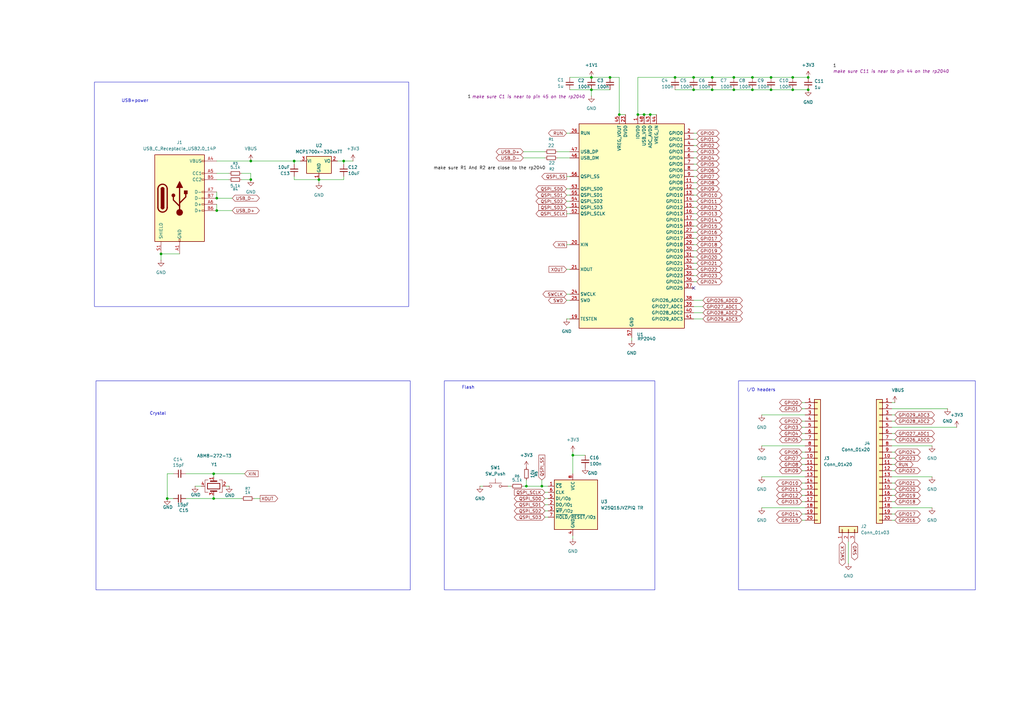
<source format=kicad_sch>
(kicad_sch (version 20250114) (generator "eeschema") (generator_version "9.0")
  (paper "A3")
  (lib_symbols
    (symbol "Connector:USB_C_Receptacle_USB2.0_14P" (pin_names (offset 1.016))
      (property "Reference" "J" (at 0 22.225 0))
      (property "Value" "USB_C_Receptacle_USB2.0_14P" (at 0 19.685 0))
      (symbol "USB_C_Receptacle_USB2.0_14P_1_1"
        (pin passive line (at -7.62 -22.86 90) (length 5.08) (name "SHIELD") (number "S1"))
        (pin passive line (at 0 -22.86 90) (length 5.08) (name "GND") (number "A1"))
        (pin passive line (at 0 -22.86 90) (length 5.08) (hide yes) (name "GND") (number "A12"))
        (pin passive line (at 0 -22.86 90) (length 5.08) (hide yes) (name "GND") (number "B1"))
        (pin passive line (at 0 -22.86 90) (length 5.08) (hide yes) (name "GND") (number "B12"))
        (pin passive line (at 15.24 15.24 180) (length 5.08) (name "VBUS") (number "A4"))
        (pin passive line (at 15.24 15.24 180) (length 5.08) (hide yes) (name "VBUS") (number "A9"))
        (pin passive line (at 15.24 15.24 180) (length 5.08) (hide yes) (name "VBUS") (number "B4"))
        (pin passive line (at 15.24 15.24 180) (length 5.08) (hide yes) (name "VBUS") (number "B9"))
        (pin bidirectional line (at 15.24 10.16 180) (length 5.08) (name "CC1") (number "A5"))
        (pin bidirectional line (at 15.24 7.62 180) (length 5.08) (name "CC2") (number "B5"))
        (pin bidirectional line (at 15.24 2.54 180) (length 5.08) (name "D-") (number "A7"))
        (pin bidirectional line (at 15.24 0 180) (length 5.08) (name "D-") (number "B7"))
        (pin bidirectional line (at 15.24 -2.54 180) (length 5.08) (name "D+") (number "A6"))
        (pin bidirectional line (at 15.24 -5.08 180) (length 5.08) (name "D+") (number "B6"))
      )
    )
    (symbol "Connector_Generic:Conn_01x03" (pin_names (offset 1.016) (hide yes))
      (property "Reference" "J" (at 0 5.08 0))
      (property "Value" "Conn_01x03" (at 0 -5.08 0))
      (symbol "Conn_01x03_1_1"
        (pin passive line (at -5.08 2.54 0) (length 3.81) (name "Pin_1") (number "1"))
        (pin passive line (at -5.08 0 0) (length 3.81) (name "Pin_2") (number "2"))
        (pin passive line (at -5.08 -2.54 0) (length 3.81) (name "Pin_3") (number "3"))
      )
    )
    (symbol "Connector_Generic:Conn_01x20" (pin_names (offset 1.016) (hide yes))
      (property "Reference" "J" (at 0 25.4 0))
      (property "Value" "Conn_01x20" (at 0 -27.94 0))
      (symbol "Conn_01x20_1_1"
        (pin passive line (at -5.08 22.86 0) (length 3.81) (name "Pin_1") (number "1"))
        (pin passive line (at -5.08 20.32 0) (length 3.81) (name "Pin_2") (number "2"))
        (pin passive line (at -5.08 17.78 0) (length 3.81) (name "Pin_3") (number "3"))
        (pin passive line (at -5.08 15.24 0) (length 3.81) (name "Pin_4") (number "4"))
        (pin passive line (at -5.08 12.7 0) (length 3.81) (name "Pin_5") (number "5"))
        (pin passive line (at -5.08 10.16 0) (length 3.81) (name "Pin_6") (number "6"))
        (pin passive line (at -5.08 7.62 0) (length 3.81) (name "Pin_7") (number "7"))
        (pin passive line (at -5.08 5.08 0) (length 3.81) (name "Pin_8") (number "8"))
        (pin passive line (at -5.08 2.54 0) (length 3.81) (name "Pin_9") (number "9"))
        (pin passive line (at -5.08 0 0) (length 3.81) (name "Pin_10") (number "10"))
        (pin passive line (at -5.08 -2.54 0) (length 3.81) (name "Pin_11") (number "11"))
        (pin passive line (at -5.08 -5.08 0) (length 3.81) (name "Pin_12") (number "12"))
        (pin passive line (at -5.08 -7.62 0) (length 3.81) (name "Pin_13") (number "13"))
        (pin passive line (at -5.08 -10.16 0) (length 3.81) (name "Pin_14") (number "14"))
        (pin passive line (at -5.08 -12.7 0) (length 3.81) (name "Pin_15") (number "15"))
        (pin passive line (at -5.08 -15.24 0) (length 3.81) (name "Pin_16") (number "16"))
        (pin passive line (at -5.08 -17.78 0) (length 3.81) (name "Pin_17") (number "17"))
        (pin passive line (at -5.08 -20.32 0) (length 3.81) (name "Pin_18") (number "18"))
        (pin passive line (at -5.08 -22.86 0) (length 3.81) (name "Pin_19") (number "19"))
        (pin passive line (at -5.08 -25.4 0) (length 3.81) (name "Pin_20") (number "20"))
      )
    )
    (symbol "Device:C_Small" (pin_numbers (hide yes)) (pin_names (offset 0.254) (hide yes))
      (property "Reference" "C" (at 0.254 1.778 0))
      (property "Value" "C_Small" (at 0.254 -2.032 0))
      (symbol "C_Small_1_1"
        (pin passive line (at 0 2.54 270) (length 2.032) (name "~") (number "1"))
        (pin passive line (at 0 -2.54 90) (length 2.032) (name "~") (number "2"))
      )
    )
    (symbol "Device:Crystal_GND24" (pin_names (offset 1.016) (hide yes))
      (property "Reference" "Y" (at 3.175 5.08 0))
      (property "Value" "Crystal_GND24" (at 3.175 3.175 0))
      (symbol "Crystal_GND24_1_1"
        (pin passive line (at -3.81 0 0) (length 1.27) (name "1") (number "1"))
        (pin passive line (at 0 5.08 270) (length 1.27) (name "2") (number "2"))
        (pin passive line (at 0 -5.08 90) (length 1.27) (name "4") (number "4"))
        (pin passive line (at 3.81 0 180) (length 1.27) (name "3") (number "3"))
      )
    )
    (symbol "Device:R_Small" (pin_numbers (hide yes)) (pin_names (offset 0.254) (hide yes))
      (property "Reference" "R" (at 0 0 90))
      (property "Value" "R_Small" (at 1.778 0 90))
      (symbol "R_Small_1_1"
        (pin passive line (at 0 2.54 270) (length 0.762) (name "~") (number "1"))
        (pin passive line (at 0 -2.54 90) (length 0.762) (name "~") (number "2"))
      )
    )
    (symbol "MCU_RaspberryPi:RP2040"
      (property "Reference" "U" (at 17.78 45.72 0))
      (property "Value" "RP2040" (at 17.78 43.18 0))
      (symbol "RP2040_1_1"
        (pin input line (at -25.4 38.1 0) (length 3.81) (name "RUN") (number "26"))
        (pin bidirectional line (at -25.4 30.48 0) (length 3.81) (name "USB_DP") (number "47"))
        (pin bidirectional line (at -25.4 27.94 0) (length 3.81) (name "USB_DM") (number "46"))
        (pin bidirectional line (at -25.4 20.32 0) (length 3.81) (name "QSPI_SS") (number "56"))
        (pin bidirectional line (at -25.4 15.24 0) (length 3.81) (name "QSPI_SD0") (number "53"))
        (pin bidirectional line (at -25.4 12.7 0) (length 3.81) (name "QSPI_SD1") (number "55"))
        (pin bidirectional line (at -25.4 10.16 0) (length 3.81) (name "QSPI_SD2") (number "54"))
        (pin bidirectional line (at -25.4 7.62 0) (length 3.81) (name "QSPI_SD3") (number "51"))
        (pin output line (at -25.4 5.08 0) (length 3.81) (name "QSPI_SCLK") (number "52"))
        (pin input line (at -25.4 -7.62 0) (length 3.81) (name "XIN") (number "20"))
        (pin passive line (at -25.4 -17.78 0) (length 3.81) (name "XOUT") (number "21"))
        (pin input line (at -25.4 -27.94 0) (length 3.81) (name "SWCLK") (number "24"))
        (pin bidirectional line (at -25.4 -30.48 0) (length 3.81) (name "SWD") (number "25"))
        (pin input line (at -25.4 -38.1 0) (length 3.81) (name "TESTEN") (number "19"))
        (pin power_out line (at -5.08 45.72 270) (length 3.81) (name "VREG_VOUT") (number "45"))
        (pin power_in line (at -2.54 45.72 270) (length 3.81) (name "DVDD") (number "23"))
        (pin passive line (at -2.54 45.72 270) (length 3.81) (hide yes) (name "DVDD") (number "50"))
        (pin power_in line (at 0 -45.72 90) (length 3.81) (name "GND") (number "57"))
        (pin power_in line (at 2.54 45.72 270) (length 3.81) (name "IOVDD") (number "1"))
        (pin passive line (at 2.54 45.72 270) (length 3.81) (hide yes) (name "IOVDD") (number "10"))
        (pin passive line (at 2.54 45.72 270) (length 3.81) (hide yes) (name "IOVDD") (number "22"))
        (pin passive line (at 2.54 45.72 270) (length 3.81) (hide yes) (name "IOVDD") (number "33"))
        (pin passive line (at 2.54 45.72 270) (length 3.81) (hide yes) (name "IOVDD") (number "42"))
        (pin passive line (at 2.54 45.72 270) (length 3.81) (hide yes) (name "IOVDD") (number "49"))
        (pin power_in line (at 5.08 45.72 270) (length 3.81) (name "USB_VDD") (number "48"))
        (pin power_in line (at 7.62 45.72 270) (length 3.81) (name "ADC_AVDD") (number "43"))
        (pin power_in line (at 10.16 45.72 270) (length 3.81) (name "VREG_IN") (number "44"))
        (pin bidirectional line (at 25.4 38.1 180) (length 3.81) (name "GPIO0") (number "2"))
        (pin bidirectional line (at 25.4 35.56 180) (length 3.81) (name "GPIO1") (number "3"))
        (pin bidirectional line (at 25.4 33.02 180) (length 3.81) (name "GPIO2") (number "4"))
        (pin bidirectional line (at 25.4 30.48 180) (length 3.81) (name "GPIO3") (number "5"))
        (pin bidirectional line (at 25.4 27.94 180) (length 3.81) (name "GPIO4") (number "6"))
        (pin bidirectional line (at 25.4 25.4 180) (length 3.81) (name "GPIO5") (number "7"))
        (pin bidirectional line (at 25.4 22.86 180) (length 3.81) (name "GPIO6") (number "8"))
        (pin bidirectional line (at 25.4 20.32 180) (length 3.81) (name "GPIO7") (number "9"))
        (pin bidirectional line (at 25.4 17.78 180) (length 3.81) (name "GPIO8") (number "11"))
        (pin bidirectional line (at 25.4 15.24 180) (length 3.81) (name "GPIO9") (number "12"))
        (pin bidirectional line (at 25.4 12.7 180) (length 3.81) (name "GPIO10") (number "13"))
        (pin bidirectional line (at 25.4 10.16 180) (length 3.81) (name "GPIO11") (number "14"))
        (pin bidirectional line (at 25.4 7.62 180) (length 3.81) (name "GPIO12") (number "15"))
        (pin bidirectional line (at 25.4 5.08 180) (length 3.81) (name "GPIO13") (number "16"))
        (pin bidirectional line (at 25.4 2.54 180) (length 3.81) (name "GPIO14") (number "17"))
        (pin bidirectional line (at 25.4 0 180) (length 3.81) (name "GPIO15") (number "18"))
        (pin bidirectional line (at 25.4 -2.54 180) (length 3.81) (name "GPIO16") (number "27"))
        (pin bidirectional line (at 25.4 -5.08 180) (length 3.81) (name "GPIO17") (number "28"))
        (pin bidirectional line (at 25.4 -7.62 180) (length 3.81) (name "GPIO18") (number "29"))
        (pin bidirectional line (at 25.4 -10.16 180) (length 3.81) (name "GPIO19") (number "30"))
        (pin bidirectional line (at 25.4 -12.7 180) (length 3.81) (name "GPIO20") (number "31"))
        (pin bidirectional line (at 25.4 -15.24 180) (length 3.81) (name "GPIO21") (number "32"))
        (pin bidirectional line (at 25.4 -17.78 180) (length 3.81) (name "GPIO22") (number "34"))
        (pin bidirectional line (at 25.4 -20.32 180) (length 3.81) (name "GPIO23") (number "35"))
        (pin bidirectional line (at 25.4 -22.86 180) (length 3.81) (name "GPIO24") (number "36"))
        (pin bidirectional line (at 25.4 -25.4 180) (length 3.81) (name "GPIO25") (number "37"))
        (pin bidirectional line (at 25.4 -30.48 180) (length 3.81) (name "GPIO26_ADC0") (number "38"))
        (pin bidirectional line (at 25.4 -33.02 180) (length 3.81) (name "GPIO27_ADC1") (number "39"))
        (pin bidirectional line (at 25.4 -35.56 180) (length 3.81) (name "GPIO28_ADC2") (number "40"))
        (pin bidirectional line (at 25.4 -38.1 180) (length 3.81) (name "GPIO29_ADC3") (number "41"))
      )
    )
    (symbol "Memory_Flash:W25Q128JVS"
      (property "Reference" "U" (at -6.35 11.43 0))
      (property "Value" "W25Q128JVS" (at 7.62 11.43 0))
      (symbol "W25Q128JVS_1_1"
        (pin input line (at -10.16 7.62 0) (length 2.54) (name "~{CS}") (number "1"))
        (pin input line (at -10.16 5.08 0) (length 2.54) (name "CLK") (number "6"))
        (pin bidirectional line (at -10.16 2.54 0) (length 2.54) (name "DI/IO_{0}") (number "5"))
        (pin bidirectional line (at -10.16 0 0) (length 2.54) (name "DO/IO_{1}") (number "2"))
        (pin bidirectional line (at -10.16 -2.54 0) (length 2.54) (name "~{WP}/IO_{2}") (number "3"))
        (pin bidirectional line (at -10.16 -5.08 0) (length 2.54) (name "~{HOLD}/~{RESET}/IO_{3}") (number "7"))
        (pin power_in line (at 0 12.7 270) (length 2.54) (name "VCC") (number "8"))
        (pin power_in line (at 0 -12.7 90) (length 2.54) (name "GND") (number "4"))
      )
    )
    (symbol "Regulator_Linear:MCP1700x-330xxTT" (pin_names (offset 0.254))
      (property "Reference" "U" (at -3.81 3.175 0))
      (property "Value" "MCP1700x-330xxTT" (at 0 3.175 0))
      (symbol "MCP1700x-330xxTT_1_1"
        (pin power_in line (at -7.62 0 0) (length 2.54) (name "VI") (number "3"))
        (pin power_in line (at 0 -7.62 90) (length 2.54) (name "GND") (number "1"))
        (pin power_out line (at 7.62 0 180) (length 2.54) (name "VO") (number "2"))
      )
    )
    (symbol "Switch:SW_Push" (pin_numbers (hide yes)) (pin_names (offset 1.016) (hide yes))
      (property "Reference" "SW" (at 1.27 2.54 0))
      (property "Value" "SW_Push" (at 0 -1.524 0))
      (symbol "SW_Push_0_1"
        (pin passive line (at -5.08 0 0) (length 2.54) (name "1") (number "1"))
        (pin passive line (at 5.08 0 180) (length 2.54) (name "2") (number "2"))
      )
    )
    (symbol "power:+1V1" (power) (pin_numbers (hide yes)) (pin_names (offset 0) (hide yes))
      (property "Value" "+1V1" (at 0 3.556 0))
      (symbol "+1V1_1_1"
        (pin power_in line (at 0 0 90) (length 0) (name "~") (number "1"))
      )
    )
    (symbol "power:+3V3" (power) (pin_numbers (hide yes)) (pin_names (offset 0) (hide yes))
      (property "Value" "+3V3" (at 0 3.556 0))
      (symbol "+3V3_1_1"
        (pin power_in line (at 0 0 90) (length 0) (name "~") (number "1"))
      )
    )
    (symbol "power:GND" (power) (pin_numbers (hide yes)) (pin_names (offset 0) (hide yes))
      (property "Value" "GND" (at 0 -3.81 0))
      (symbol "GND_1_1"
        (pin power_in line (at 0 0 270) (length 0) (name "~") (number "1"))
      )
    )
    (symbol "power:VBUS" (power) (pin_numbers (hide yes)) (pin_names (offset 0) (hide yes))
      (property "Value" "VBUS" (at 0 3.556 0))
      (symbol "VBUS_1_1"
        (pin power_in line (at 0 0 90) (length 0) (name "~") (number "1"))
      )
    )
  )
  (rectangle (start 38.735 33.655) (end 167.64 125.73))
  (rectangle (start 302.895 156.21) (end 400.05 241.935))
  (rectangle (start 39.37 156.21) (end 168.275 241.935))
  (rectangle (start 182.245 156.21) (end 268.605 241.935))
  (text "USB+power\n" (at 55.372 41.402 0) (effects (font (size 1.27 1.27))))
  (text "I/O headers\n" (at 312.166 160.02 0) (effects (font (size 1.27 1.27))))
  (text "Flash\n" (at 192.024 159.004 0) (effects (font (size 1.27 1.27))))
  (text "Crystal" (at 64.77 169.672 0) (effects (font (size 1.27 1.27))))
  (junction (at 68.58 204.47))
  (junction (at 266.7 46.99))
  (junction (at 130.81 73.66))
  (junction (at 316.23 36.83))
  (junction (at 140.97 66.04))
  (junction (at 250.19 31.75))
  (junction (at 215.9 199.39))
  (junction (at 222.25 199.39))
  (junction (at 102.87 66.04))
  (junction (at 242.57 36.83))
  (junction (at 87.63 204.47))
  (junction (at 284.48 36.83))
  (junction (at 242.57 31.75))
  (junction (at 292.1 31.75))
  (junction (at 88.9 81.28))
  (junction (at 284.48 31.75))
  (junction (at 331.47 31.75))
  (junction (at 300.99 36.83))
  (junction (at 300.99 31.75))
  (junction (at 292.1 36.83))
  (junction (at 88.9 86.36))
  (junction (at 264.16 46.99))
  (junction (at 120.65 66.04))
  (junction (at 87.63 194.31))
  (junction (at 234.95 186.69))
  (junction (at 102.87 73.66))
  (junction (at 254 46.99))
  (junction (at 308.61 36.83))
  (junction (at 325.12 36.83))
  (junction (at 276.86 31.75))
  (junction (at 325.12 31.75))
  (junction (at 261.62 46.99))
  (junction (at 331.47 36.83))
  (junction (at 316.23 31.75))
  (junction (at 66.04 104.14))
  (junction (at 308.61 31.75))
  (no_connect (at 284.48 118.11))
  (wire (pts (xy 285.75 92.71) (xy 284.48 92.71)))
  (wire (pts (xy 284.48 36.83) (xy 292.1 36.83)))
  (wire (pts (xy 285.75 69.85) (xy 284.48 69.85)))
  (wire (pts (xy 328.93 203.2) (xy 330.2 203.2)))
  (wire (pts (xy 276.86 36.83) (xy 284.48 36.83)))
  (wire (pts (xy 285.75 115.57) (xy 284.48 115.57)))
  (wire (pts (xy 285.75 90.17) (xy 284.48 90.17)))
  (wire (pts (xy 232.41 130.81) (xy 233.68 130.81)))
  (wire (pts (xy 222.25 196.85) (xy 222.25 199.39)))
  (wire (pts (xy 312.42 170.18) (xy 330.2 170.18)))
  (wire (pts (xy 300.99 36.83) (xy 308.61 36.83)))
  (wire (pts (xy 99.06 73.66) (xy 102.87 73.66)))
  (wire (pts (xy 259.08 139.7) (xy 259.08 138.43)))
  (wire (pts (xy 88.9 86.36) (xy 95.25 86.36)))
  (wire (pts (xy 328.93 200.66) (xy 330.2 200.66)))
  (wire (pts (xy 232.41 82.55) (xy 233.68 82.55)))
  (wire (pts (xy 228.6 62.23) (xy 233.68 62.23)))
  (wire (pts (xy 138.43 66.04) (xy 140.97 66.04)))
  (wire (pts (xy 300.99 31.75) (xy 308.61 31.75)))
  (wire (pts (xy 88.9 78.74) (xy 88.9 81.28)))
  (wire (pts (xy 87.63 194.31) (xy 87.63 195.58)))
  (wire (pts (xy 92.71 199.39) (xy 93.98 199.39)))
  (wire (pts (xy 233.68 36.83) (xy 242.57 36.83)))
  (wire (pts (xy 232.41 87.63) (xy 233.68 87.63)))
  (wire (pts (xy 140.97 72.39) (xy 140.97 73.66)))
  (wire (pts (xy 261.62 31.75) (xy 276.86 31.75)))
  (wire (pts (xy 102.87 66.04) (xy 120.65 66.04)))
  (wire (pts (xy 288.29 123.19) (xy 284.48 123.19)))
  (wire (pts (xy 68.58 204.47) (xy 71.12 204.47)))
  (wire (pts (xy 102.87 71.12) (xy 102.87 73.66)))
  (wire (pts (xy 104.14 204.47) (xy 106.68 204.47)))
  (wire (pts (xy 215.9 196.85) (xy 215.9 199.39)))
  (wire (pts (xy 288.29 125.73) (xy 284.48 125.73)))
  (wire (pts (xy 223.52 207.01) (xy 224.79 207.01)))
  (wire (pts (xy 367.03 193.04) (xy 365.76 193.04)))
  (wire (pts (xy 365.76 182.88) (xy 382.27 182.88)))
  (wire (pts (xy 367.03 205.74) (xy 365.76 205.74)))
  (wire (pts (xy 367.03 187.96) (xy 365.76 187.96)))
  (wire (pts (xy 232.41 77.47) (xy 233.68 77.47)))
  (wire (pts (xy 367.03 200.66) (xy 365.76 200.66)))
  (wire (pts (xy 292.1 31.75) (xy 300.99 31.75)))
  (wire (pts (xy 328.93 190.5) (xy 330.2 190.5)))
  (wire (pts (xy 308.61 31.75) (xy 316.23 31.75)))
  (wire (pts (xy 266.7 46.99) (xy 269.24 46.99)))
  (wire (pts (xy 88.9 66.04) (xy 102.87 66.04)))
  (wire (pts (xy 328.93 177.8) (xy 330.2 177.8)))
  (wire (pts (xy 325.12 36.83) (xy 331.47 36.83)))
  (wire (pts (xy 328.93 198.12) (xy 330.2 198.12)))
  (wire (pts (xy 285.75 87.63) (xy 284.48 87.63)))
  (wire (pts (xy 367.03 213.36) (xy 365.76 213.36)))
  (wire (pts (xy 285.75 59.69) (xy 284.48 59.69)))
  (wire (pts (xy 285.75 72.39) (xy 284.48 72.39)))
  (wire (pts (xy 328.93 175.26) (xy 330.2 175.26)))
  (wire (pts (xy 328.93 165.1) (xy 330.2 165.1)))
  (wire (pts (xy 68.58 194.31) (xy 71.12 194.31)))
  (wire (pts (xy 292.1 36.83) (xy 300.99 36.83)))
  (wire (pts (xy 100.33 194.31) (xy 87.63 194.31)))
  (wire (pts (xy 232.41 85.09) (xy 233.68 85.09)))
  (wire (pts (xy 328.93 213.36) (xy 330.2 213.36)))
  (wire (pts (xy 242.57 36.83) (xy 250.19 36.83)))
  (wire (pts (xy 328.93 205.74) (xy 330.2 205.74)))
  (wire (pts (xy 242.57 36.83) (xy 242.57 39.37)))
  (wire (pts (xy 328.93 180.34) (xy 330.2 180.34)))
  (wire (pts (xy 367.03 210.82) (xy 365.76 210.82)))
  (wire (pts (xy 285.75 102.87) (xy 284.48 102.87)))
  (wire (pts (xy 328.93 185.42) (xy 330.2 185.42)))
  (wire (pts (xy 328.93 210.82) (xy 330.2 210.82)))
  (wire (pts (xy 312.42 195.58) (xy 330.2 195.58)))
  (wire (pts (xy 285.75 77.47) (xy 284.48 77.47)))
  (wire (pts (xy 285.75 97.79) (xy 284.48 97.79)))
  (wire (pts (xy 232.41 123.19) (xy 233.68 123.19)))
  (wire (pts (xy 285.75 82.55) (xy 284.48 82.55)))
  (wire (pts (xy 285.75 110.49) (xy 284.48 110.49)))
  (wire (pts (xy 140.97 66.04) (xy 140.97 67.31)))
  (wire (pts (xy 223.52 212.09) (xy 224.79 212.09)))
  (wire (pts (xy 328.93 187.96) (xy 330.2 187.96)))
  (wire (pts (xy 285.75 62.23) (xy 284.48 62.23)))
  (wire (pts (xy 234.95 186.69) (xy 240.03 186.69)))
  (wire (pts (xy 365.76 175.26) (xy 392.43 175.26)))
  (wire (pts (xy 285.75 105.41) (xy 284.48 105.41)))
  (wire (pts (xy 367.03 185.42) (xy 365.76 185.42)))
  (wire (pts (xy 285.75 85.09) (xy 284.48 85.09)))
  (wire (pts (xy 367.03 165.1) (xy 365.76 165.1)))
  (wire (pts (xy 367.03 190.5) (xy 365.76 190.5)))
  (wire (pts (xy 87.63 204.47) (xy 99.06 204.47)))
  (wire (pts (xy 130.81 74.93) (xy 130.81 73.66)))
  (wire (pts (xy 285.75 80.01) (xy 284.48 80.01)))
  (wire (pts (xy 285.75 74.93) (xy 284.48 74.93)))
  (wire (pts (xy 365.76 167.64) (xy 388.62 167.64)))
  (wire (pts (xy 328.93 167.64) (xy 330.2 167.64)))
  (wire (pts (xy 215.9 199.39) (xy 214.63 199.39)))
  (wire (pts (xy 234.95 185.42) (xy 234.95 186.69)))
  (wire (pts (xy 285.75 54.61) (xy 284.48 54.61)))
  (wire (pts (xy 88.9 73.66) (xy 93.98 73.66)))
  (wire (pts (xy 312.42 182.88) (xy 330.2 182.88)))
  (wire (pts (xy 254 31.75) (xy 254 46.99)))
  (wire (pts (xy 233.68 31.75) (xy 242.57 31.75)))
  (wire (pts (xy 232.41 80.01) (xy 233.68 80.01)))
  (wire (pts (xy 328.93 193.04) (xy 330.2 193.04)))
  (wire (pts (xy 66.04 104.14) (xy 73.66 104.14)))
  (wire (pts (xy 254 46.99) (xy 256.54 46.99)))
  (wire (pts (xy 254 31.75) (xy 250.19 31.75)))
  (wire (pts (xy 276.86 31.75) (xy 284.48 31.75)))
  (wire (pts (xy 316.23 31.75) (xy 325.12 31.75)))
  (wire (pts (xy 367.03 172.72) (xy 365.76 172.72)))
  (wire (pts (xy 316.23 36.83) (xy 325.12 36.83)))
  (wire (pts (xy 285.75 57.15) (xy 284.48 57.15)))
  (wire (pts (xy 285.75 100.33) (xy 284.48 100.33)))
  (wire (pts (xy 223.52 201.93) (xy 224.79 201.93)))
  (wire (pts (xy 66.04 106.68) (xy 66.04 104.14)))
  (wire (pts (xy 76.2 194.31) (xy 87.63 194.31)))
  (wire (pts (xy 215.9 199.39) (xy 222.25 199.39)))
  (wire (pts (xy 232.41 120.65) (xy 233.68 120.65)))
  (wire (pts (xy 261.62 46.99) (xy 264.16 46.99)))
  (wire (pts (xy 196.85 199.39) (xy 198.12 199.39)))
  (wire (pts (xy 214.63 64.77) (xy 223.52 64.77)))
  (wire (pts (xy 120.65 66.04) (xy 120.65 67.31)))
  (wire (pts (xy 365.76 208.28) (xy 382.27 208.28)))
  (wire (pts (xy 312.42 208.28) (xy 330.2 208.28)))
  (wire (pts (xy 140.97 73.66) (xy 130.81 73.66)))
  (wire (pts (xy 88.9 81.28) (xy 95.25 81.28)))
  (wire (pts (xy 120.65 72.39) (xy 120.65 73.66)))
  (wire (pts (xy 232.41 110.49) (xy 233.68 110.49)))
  (wire (pts (xy 208.28 199.39) (xy 209.55 199.39)))
  (wire (pts (xy 325.12 31.75) (xy 331.47 31.75)))
  (wire (pts (xy 367.03 177.8) (xy 365.76 177.8)))
  (wire (pts (xy 234.95 186.69) (xy 234.95 194.31)))
  (wire (pts (xy 80.01 199.39) (xy 82.55 199.39)))
  (wire (pts (xy 284.48 31.75) (xy 292.1 31.75)))
  (wire (pts (xy 288.29 130.81) (xy 284.48 130.81)))
  (wire (pts (xy 261.62 31.75) (xy 261.62 46.99)))
  (wire (pts (xy 99.06 71.12) (xy 102.87 71.12)))
  (wire (pts (xy 242.57 31.75) (xy 250.19 31.75)))
  (wire (pts (xy 285.75 64.77) (xy 284.48 64.77)))
  (wire (pts (xy 76.2 204.47) (xy 87.63 204.47)))
  (wire (pts (xy 367.03 198.12) (xy 365.76 198.12)))
  (wire (pts (xy 285.75 113.03) (xy 284.48 113.03)))
  (wire (pts (xy 328.93 172.72) (xy 330.2 172.72)))
  (wire (pts (xy 232.41 100.33) (xy 233.68 100.33)))
  (wire (pts (xy 232.41 72.39) (xy 233.68 72.39)))
  (wire (pts (xy 308.61 36.83) (xy 316.23 36.83)))
  (wire (pts (xy 285.75 67.31) (xy 284.48 67.31)))
  (wire (pts (xy 88.9 71.12) (xy 93.98 71.12)))
  (wire (pts (xy 288.29 128.27) (xy 284.48 128.27)))
  (wire (pts (xy 365.76 195.58) (xy 382.27 195.58)))
  (wire (pts (xy 367.03 203.2) (xy 365.76 203.2)))
  (wire (pts (xy 367.03 170.18) (xy 365.76 170.18)))
  (wire (pts (xy 228.6 64.77) (xy 233.68 64.77)))
  (wire (pts (xy 88.9 83.82) (xy 88.9 86.36)))
  (wire (pts (xy 120.65 73.66) (xy 130.81 73.66)))
  (wire (pts (xy 120.65 66.04) (xy 123.19 66.04)))
  (wire (pts (xy 68.58 194.31) (xy 68.58 204.47)))
  (wire (pts (xy 222.25 199.39) (xy 224.79 199.39)))
  (wire (pts (xy 285.75 107.95) (xy 284.48 107.95)))
  (wire (pts (xy 264.16 46.99) (xy 266.7 46.99)))
  (wire (pts (xy 140.97 66.04) (xy 144.78 66.04)))
  (wire (pts (xy 87.63 204.47) (xy 87.63 203.2)))
  (wire (pts (xy 223.52 209.55) (xy 224.79 209.55)))
  (wire (pts (xy 285.75 95.25) (xy 284.48 95.25)))
  (wire (pts (xy 214.63 62.23) (xy 223.52 62.23)))
  (wire (pts (xy 347.98 222.25) (xy 347.98 231.14)))
  (wire (pts (xy 234.95 220.98) (xy 234.95 219.71)))
  (wire (pts (xy 367.03 180.34) (xy 365.76 180.34)))
  (wire (pts (xy 223.52 204.47) (xy 224.79 204.47)))
  (wire (pts (xy 232.41 54.61) (xy 233.68 54.61)))
  (label "make sure R1 And R2 are close to the rp2040" (at 177.8 69.85 0))
  (label "1" (at 341.63 27.94 0) (property "Netclass" "make sure C11 is near to pin 44 on the rp2040" (at 341.63 29.21 0) (effects (font (italic yes)) (justify left))))
  (label "1" (at 191.77 40.64 0) (property "Netclass" "make sure C1 is near to pin 45 on the rp2040" (at 193.548 39.624 0) (effects (font (italic yes)) (justify left))))
  (global_label "GPIO19" (shape bidirectional) (at 285.75 102.87 0) (property "Intersheetrefs" "${INTERSHEET_REFS}" (effects (hide yes))))
  (global_label "QSPI_SD1" (shape bidirectional) (at 223.52 207.01 180) (property "Intersheetrefs" "${INTERSHEET_REFS}" (effects (hide yes))))
  (global_label "USB_D-" (shape bidirectional) (at 95.25 81.28 0) (property "Intersheetrefs" "${INTERSHEET_REFS}" (effects (hide yes))))
  (global_label "GPIO27_ADC1" (shape bidirectional) (at 288.29 125.73 0) (property "Intersheetrefs" "${INTERSHEET_REFS}" (effects (hide yes))))
  (global_label "QSPI_SD1" (shape bidirectional) (at 232.41 80.01 180) (property "Intersheetrefs" "${INTERSHEET_REFS}" (effects (hide yes))))
  (global_label "GPIO20" (shape bidirectional) (at 367.03 200.66 0) (property "Intersheetrefs" "${INTERSHEET_REFS}" (effects (hide yes))))
  (global_label "XIN" (shape output) (at 232.41 100.33 180) (property "Intersheetrefs" "${INTERSHEET_REFS}" (effects (hide yes))))
  (global_label "GPIO6" (shape bidirectional) (at 285.75 69.85 0) (property "Intersheetrefs" "${INTERSHEET_REFS}" (effects (hide yes))))
  (global_label "GPIO1" (shape bidirectional) (at 328.93 167.64 180) (property "Intersheetrefs" "${INTERSHEET_REFS}" (effects (hide yes))))
  (global_label "GPIO19" (shape bidirectional) (at 367.03 203.2 0) (property "Intersheetrefs" "${INTERSHEET_REFS}" (effects (hide yes))))
  (global_label "GPIO9" (shape bidirectional) (at 328.93 193.04 180) (property "Intersheetrefs" "${INTERSHEET_REFS}" (effects (hide yes))))
  (global_label "SWD" (shape bidirectional) (at 350.52 222.25 270) (property "Intersheetrefs" "${INTERSHEET_REFS}" (effects (hide yes))))
  (global_label "QSPI_SCLK" (shape output) (at 232.41 87.63 180) (property "Intersheetrefs" "${INTERSHEET_REFS}" (effects (hide yes))))
  (global_label "USB_D+" (shape bidirectional) (at 95.25 86.36 0) (property "Intersheetrefs" "${INTERSHEET_REFS}" (effects (hide yes))))
  (global_label "GPIO3" (shape bidirectional) (at 285.75 62.23 0) (property "Intersheetrefs" "${INTERSHEET_REFS}" (effects (hide yes))))
  (global_label "GPIO5" (shape bidirectional) (at 285.75 67.31 0) (property "Intersheetrefs" "${INTERSHEET_REFS}" (effects (hide yes))))
  (global_label "USB_D+" (shape bidirectional) (at 214.63 62.23 180) (property "Intersheetrefs" "${INTERSHEET_REFS}" (effects (hide yes))))
  (global_label "RUN" (shape bidirectional) (at 367.03 190.5 0) (property "Intersheetrefs" "${INTERSHEET_REFS}" (effects (hide yes))))
  (global_label "XOUT" (shape output) (at 106.68 204.47 0) (property "Intersheetrefs" "${INTERSHEET_REFS}" (effects (hide yes))))
  (global_label "GPIO21" (shape bidirectional) (at 285.75 107.95 0) (property "Intersheetrefs" "${INTERSHEET_REFS}" (effects (hide yes))))
  (global_label "SWCLK" (shape bidirectional) (at 232.41 120.65 180) (property "Intersheetrefs" "${INTERSHEET_REFS}" (effects (hide yes))))
  (global_label "GPIO7" (shape bidirectional) (at 285.75 72.39 0) (property "Intersheetrefs" "${INTERSHEET_REFS}" (effects (hide yes))))
  (global_label "GPIO24" (shape bidirectional) (at 367.03 185.42 0) (property "Intersheetrefs" "${INTERSHEET_REFS}" (effects (hide yes))))
  (global_label "QSPI_SD0" (shape bidirectional) (at 223.52 204.47 180) (property "Intersheetrefs" "${INTERSHEET_REFS}" (effects (hide yes))))
  (global_label "GPIO23" (shape bidirectional) (at 367.03 187.96 0) (property "Intersheetrefs" "${INTERSHEET_REFS}" (effects (hide yes))))
  (global_label "RUN" (shape bidirectional) (at 232.41 54.61 180) (property "Intersheetrefs" "${INTERSHEET_REFS}" (effects (hide yes))))
  (global_label "GPIO21" (shape bidirectional) (at 367.03 198.12 0) (property "Intersheetrefs" "${INTERSHEET_REFS}" (effects (hide yes))))
  (global_label "GPIO12" (shape bidirectional) (at 285.75 85.09 0) (property "Intersheetrefs" "${INTERSHEET_REFS}" (effects (hide yes))))
  (global_label "GPIO14" (shape bidirectional) (at 328.93 210.82 180) (property "Intersheetrefs" "${INTERSHEET_REFS}" (effects (hide yes))))
  (global_label "GPIO2" (shape bidirectional) (at 285.75 59.69 0) (property "Intersheetrefs" "${INTERSHEET_REFS}" (effects (hide yes))))
  (global_label "GPIO5" (shape bidirectional) (at 328.93 180.34 180) (property "Intersheetrefs" "${INTERSHEET_REFS}" (effects (hide yes))))
  (global_label "GPIO4" (shape bidirectional) (at 328.93 177.8 180) (property "Intersheetrefs" "${INTERSHEET_REFS}" (effects (hide yes))))
  (global_label "QSPI_SD3" (shape input) (at 232.41 85.09 180) (property "Intersheetrefs" "${INTERSHEET_REFS}" (effects (hide yes))))
  (global_label "GPIO0" (shape bidirectional) (at 328.93 165.1 180) (property "Intersheetrefs" "${INTERSHEET_REFS}" (effects (hide yes))))
  (global_label "USB_D-" (shape bidirectional) (at 214.63 64.77 180) (property "Intersheetrefs" "${INTERSHEET_REFS}" (effects (hide yes))))
  (global_label "GPIO29_ADC3" (shape bidirectional) (at 288.29 130.81 0) (property "Intersheetrefs" "${INTERSHEET_REFS}" (effects (hide yes))))
  (global_label "QSPI_SD2" (shape bidirectional) (at 223.52 209.55 180) (property "Intersheetrefs" "${INTERSHEET_REFS}" (effects (hide yes))))
  (global_label "GPIO29_ADC3" (shape bidirectional) (at 367.03 170.18 0) (property "Intersheetrefs" "${INTERSHEET_REFS}" (effects (hide yes))))
  (global_label "GPIO6" (shape bidirectional) (at 328.93 185.42 180) (property "Intersheetrefs" "${INTERSHEET_REFS}" (effects (hide yes))))
  (global_label "SWD" (shape bidirectional) (at 232.41 123.19 180) (property "Intersheetrefs" "${INTERSHEET_REFS}" (effects (hide yes))))
  (global_label "GPIO10" (shape bidirectional) (at 328.93 198.12 180) (property "Intersheetrefs" "${INTERSHEET_REFS}" (effects (hide yes))))
  (global_label "GPIO13" (shape bidirectional) (at 285.75 87.63 0) (property "Intersheetrefs" "${INTERSHEET_REFS}" (effects (hide yes))))
  (global_label "GPIO11" (shape bidirectional) (at 285.75 82.55 0) (property "Intersheetrefs" "${INTERSHEET_REFS}" (effects (hide yes))))
  (global_label "GPIO15" (shape bidirectional) (at 328.93 213.36 180) (property "Intersheetrefs" "${INTERSHEET_REFS}" (effects (hide yes))))
  (global_label "XOUT" (shape input) (at 232.41 110.49 180) (property "Intersheetrefs" "${INTERSHEET_REFS}" (effects (hide yes))))
  (global_label "GPIO8" (shape bidirectional) (at 285.75 74.93 0) (property "Intersheetrefs" "${INTERSHEET_REFS}" (effects (hide yes))))
  (global_label "GPIO17" (shape bidirectional) (at 285.75 97.79 0) (property "Intersheetrefs" "${INTERSHEET_REFS}" (effects (hide yes))))
  (global_label "GPIO28_ADC2" (shape bidirectional) (at 288.29 128.27 0) (property "Intersheetrefs" "${INTERSHEET_REFS}" (effects (hide yes))))
  (global_label "GPIO18" (shape bidirectional) (at 367.03 205.74 0) (property "Intersheetrefs" "${INTERSHEET_REFS}" (effects (hide yes))))
  (global_label "GPIO28_ADC2" (shape bidirectional) (at 367.03 172.72 0) (property "Intersheetrefs" "${INTERSHEET_REFS}" (effects (hide yes))))
  (global_label "QSPI_SS" (shape output) (at 232.41 72.39 180) (property "Intersheetrefs" "${INTERSHEET_REFS}" (effects (hide yes))))
  (global_label "GPIO12" (shape bidirectional) (at 328.93 203.2 180) (property "Intersheetrefs" "${INTERSHEET_REFS}" (effects (hide yes))))
  (global_label "GPIO13" (shape bidirectional) (at 328.93 205.74 180) (property "Intersheetrefs" "${INTERSHEET_REFS}" (effects (hide yes))))
  (global_label "GPIO23" (shape bidirectional) (at 285.75 113.03 0) (property "Intersheetrefs" "${INTERSHEET_REFS}" (effects (hide yes))))
  (global_label "QSPI_SS" (shape input) (at 222.25 196.85 90) (property "Intersheetrefs" "${INTERSHEET_REFS}" (effects (hide yes))))
  (global_label "GPIO17" (shape bidirectional) (at 367.03 210.82 0) (property "Intersheetrefs" "${INTERSHEET_REFS}" (effects (hide yes))))
  (global_label "GPIO16" (shape bidirectional) (at 285.75 95.25 0) (property "Intersheetrefs" "${INTERSHEET_REFS}" (effects (hide yes))))
  (global_label "GPIO22" (shape bidirectional) (at 285.75 110.49 0) (property "Intersheetrefs" "${INTERSHEET_REFS}" (effects (hide yes))))
  (global_label "GPIO9" (shape bidirectional) (at 285.75 77.47 0) (property "Intersheetrefs" "${INTERSHEET_REFS}" (effects (hide yes))))
  (global_label "GPIO26_ADC0" (shape bidirectional) (at 288.29 123.19 0) (property "Intersheetrefs" "${INTERSHEET_REFS}" (effects (hide yes))))
  (global_label "XIN" (shape input) (at 100.33 194.31 0) (property "Intersheetrefs" "${INTERSHEET_REFS}" (effects (hide yes))))
  (global_label "GPIO15" (shape bidirectional) (at 285.75 92.71 0) (property "Intersheetrefs" "${INTERSHEET_REFS}" (effects (hide yes))))
  (global_label "GPIO4" (shape bidirectional) (at 285.75 64.77 0) (property "Intersheetrefs" "${INTERSHEET_REFS}" (effects (hide yes))))
  (global_label "GPIO24" (shape bidirectional) (at 285.75 115.57 0) (property "Intersheetrefs" "${INTERSHEET_REFS}" (effects (hide yes))))
  (global_label "GPIO1" (shape bidirectional) (at 285.75 57.15 0) (property "Intersheetrefs" "${INTERSHEET_REFS}" (effects (hide yes))))
  (global_label "GPIO22" (shape bidirectional) (at 367.03 193.04 0) (property "Intersheetrefs" "${INTERSHEET_REFS}" (effects (hide yes))))
  (global_label "GPIO27_ADC1" (shape bidirectional) (at 367.03 177.8 0) (property "Intersheetrefs" "${INTERSHEET_REFS}" (effects (hide yes))))
  (global_label "GPIO3" (shape bidirectional) (at 328.93 175.26 180) (property "Intersheetrefs" "${INTERSHEET_REFS}" (effects (hide yes))))
  (global_label "GPIO8" (shape bidirectional) (at 328.93 190.5 180) (property "Intersheetrefs" "${INTERSHEET_REFS}" (effects (hide yes))))
  (global_label "GPIO7" (shape bidirectional) (at 328.93 187.96 180) (property "Intersheetrefs" "${INTERSHEET_REFS}" (effects (hide yes))))
  (global_label "GPIO10" (shape bidirectional) (at 285.75 80.01 0) (property "Intersheetrefs" "${INTERSHEET_REFS}" (effects (hide yes))))
  (global_label "GPIO14" (shape bidirectional) (at 285.75 90.17 0) (property "Intersheetrefs" "${INTERSHEET_REFS}" (effects (hide yes))))
  (global_label "GPIO20" (shape bidirectional) (at 285.75 105.41 0) (property "Intersheetrefs" "${INTERSHEET_REFS}" (effects (hide yes))))
  (global_label "GPIO2" (shape bidirectional) (at 328.93 172.72 180) (property "Intersheetrefs" "${INTERSHEET_REFS}" (effects (hide yes))))
  (global_label "GPIO0" (shape bidirectional) (at 285.75 54.61 0) (property "Intersheetrefs" "${INTERSHEET_REFS}" (effects (hide yes))))
  (global_label "QSPI_SD2" (shape bidirectional) (at 232.41 82.55 180) (property "Intersheetrefs" "${INTERSHEET_REFS}" (effects (hide yes))))
  (global_label "QSPI_SD3" (shape bidirectional) (at 223.52 212.09 180) (property "Intersheetrefs" "${INTERSHEET_REFS}" (effects (hide yes))))
  (global_label "GPIO26_ADC0" (shape bidirectional) (at 367.03 180.34 0) (property "Intersheetrefs" "${INTERSHEET_REFS}" (effects (hide yes))))
  (global_label "GPIO11" (shape bidirectional) (at 328.93 200.66 180) (property "Intersheetrefs" "${INTERSHEET_REFS}" (effects (hide yes))))
  (global_label "GPIO18" (shape bidirectional) (at 285.75 100.33 0) (property "Intersheetrefs" "${INTERSHEET_REFS}" (effects (hide yes))))
  (global_label "SWCLK" (shape bidirectional) (at 345.44 222.25 270) (property "Intersheetrefs" "${INTERSHEET_REFS}" (effects (hide yes))))
  (global_label "QSPI_SCLK" (shape input) (at 223.52 201.93 180) (property "Intersheetrefs" "${INTERSHEET_REFS}" (effects (hide yes))))
  (global_label "QSPI_SD0" (shape bidirectional) (at 232.41 77.47 180) (property "Intersheetrefs" "${INTERSHEET_REFS}" (effects (hide yes))))
  (global_label "GPIO16" (shape bidirectional) (at 367.03 213.36 0) (property "Intersheetrefs" "${INTERSHEET_REFS}" (effects (hide yes))))
  (symbol (lib_id "Device:C_Small") (at 73.66 204.47 270) (unit 1)
    (property "Reference" "C15" (at 73.406 209.296 90) (effects (justify left)))
    (property "Value" "15pF" (at 72.644 207.01 90) (effects (justify left)))
    (property "Footprint" "Capacitor_SMD:C_0402_1005Metric" (effects (hide yes)))
    (property "Description" "Unpolarized capacitor, small symbol" (effects (hide yes)))
  )
  (symbol (lib_id "power:GND") (at 388.62 167.64 0) (unit 1)
    (property "Reference" "#PWR024" (effects (hide yes)))
    (property "Value" "GND" (at 388.62 172.72 0))
    (property "Description" "Power symbol creates a global label with name \"GND\" , ground" (effects (hide yes)))
  )
  (symbol (lib_id "power:+3V3") (at 215.9 191.77 0) (unit 1)
    (property "Reference" "#PWR017" (effects (hide yes)))
    (property "Value" "+3V3" (at 215.9 186.69 0))
    (property "Description" "Power symbol creates a global label with name \"+3V3\"" (effects (hide yes)))
  )
  (symbol (lib_id "power:GND") (at 196.85 199.39 0) (unit 1)
    (property "Reference" "#PWR018" (effects (hide yes)))
    (property "Value" "GND" (at 196.85 204.47 0))
    (property "Description" "Power symbol creates a global label with name \"GND\" , ground" (effects (hide yes)))
  )
  (symbol (lib_id "power:GND") (at 232.41 130.81 0) (unit 1)
    (property "Reference" "#PWR019" (effects (hide yes)))
    (property "Value" "GND" (at 232.41 135.89 0))
    (property "Description" "Power symbol creates a global label with name \"GND\" , ground" (effects (hide yes)))
  )
  (symbol (lib_id "power:GND") (at 312.42 182.88 0) (mirror y) (unit 1)
    (property "Reference" "#PWR027" (effects (hide yes)))
    (property "Value" "GND" (at 312.42 187.96 0))
    (property "Description" "Power symbol creates a global label with name \"GND\" , ground" (effects (hide yes)))
  )
  (symbol (lib_id "power:VBUS") (at 102.87 66.04 0) (unit 1)
    (property "Reference" "#PWR010" (effects (hide yes)))
    (property "Value" "VBUS" (at 102.87 60.96 0))
    (property "Description" "Power symbol creates a global label with name \"VBUS\"" (effects (hide yes)))
  )
  (symbol (lib_id "Connector:USB_C_Receptacle_USB2.0_14P") (at 73.66 81.28 0) (unit 1)
    (property "Reference" "J1" (at 73.66 58.42 0))
    (property "Value" "USB_C_Receptacle_USB2.0_14P" (at 73.66 60.96 0))
    (property "Footprint" "Connector_USB:USB_C_Receptacle_HRO_TYPE-C-31-M-12" (effects (hide yes)))
    (property "Datasheet" "https://www.usb.org/sites/default/files/documents/usb_type-c.zip" (effects (hide yes)))
    (property "Description" "USB 2.0-only 14P Type-C Receptacle connector" (effects (hide yes)))
  )
  (symbol (lib_id "power:GND") (at 382.27 208.28 0) (unit 1)
    (property "Reference" "#PWR021" (effects (hide yes)))
    (property "Value" "GND" (at 382.27 213.36 0))
    (property "Description" "Power symbol creates a global label with name \"GND\" , ground" (effects (hide yes)))
  )
  (symbol (lib_id "power:GND") (at 68.58 204.47 0) (unit 1)
    (property "Reference" "#PWR013" (effects (hide yes)))
    (property "Value" "GND" (at 68.834 208.026 0))
    (property "Description" "Power symbol creates a global label with name \"GND\" , ground" (effects (hide yes)))
  )
  (symbol (lib_id "Device:R_Small") (at 215.9 194.31 0) (unit 1)
    (property "Reference" "R5" (at 219.964 194.31 90) (effects (font (size 1.016 1.016))))
    (property "Value" "10k" (at 218.44 194.31 90))
    (property "Footprint" "Resistor_SMD:R_0402_1005Metric" (effects (hide yes)))
    (property "Description" "Resistor, small symbol" (effects (hide yes)))
  )
  (symbol (lib_id "Device:C_Small") (at 233.68 34.29 0) (unit 1)
    (property "Reference" "C1" (at 228.6 32.766 0) (effects (justify left)))
    (property "Value" "1u" (at 228.6 35.306 0) (effects (justify left)))
    (property "Footprint" "Capacitor_SMD:C_0402_1005Metric" (effects (hide yes)))
    (property "Description" "Unpolarized capacitor, small symbol" (effects (hide yes)))
  )
  (symbol (lib_id "MCU_RaspberryPi:RP2040") (at 259.08 92.71 0) (unit 1)
    (property "Reference" "U1" (at 261.2233 137.16 0) (effects (justify left)))
    (property "Value" "RP2040" (at 261.366 138.938 0) (effects (justify left)))
    (property "Footprint" "Package_DFN_QFN:QFN-56-1EP_7x7mm_P0.4mm_EP3.2x3.2mm" (effects (hide yes)))
    (property "Datasheet" "https://datasheets.raspberrypi.com/rp2040/rp2040-datasheet.pdf" (effects (hide yes)))
    (property "Description" "A microcontroller by Raspberry Pi" (effects (hide yes)))
  )
  (symbol (lib_id "Device:C_Small") (at 300.99 34.29 0) (unit 1)
    (property "Reference" "C7" (at 295.402 33.02 0) (effects (justify left)))
    (property "Value" "100n" (at 295.402 35.56 0) (effects (justify left)))
    (property "Footprint" "Capacitor_SMD:C_0402_1005Metric" (effects (hide yes)))
    (property "Description" "Unpolarized capacitor, small symbol" (effects (hide yes)))
  )
  (symbol (lib_id "power:GND") (at 93.98 199.39 0) (unit 1)
    (property "Reference" "#PWR012" (effects (hide yes)))
    (property "Value" "GND" (at 94.234 203.2 0))
    (property "Description" "Power symbol creates a global label with name \"GND\" , ground" (effects (hide yes)))
  )
  (symbol (lib_id "Device:C_Small") (at 240.03 189.23 0) (unit 1)
    (property "Reference" "C16" (at 241.808 187.706 0) (effects (justify left)))
    (property "Value" "100n" (at 241.808 190.246 0) (effects (justify left)))
    (property "Footprint" "Capacitor_SMD:C_0402_1005Metric" (effects (hide yes)))
    (property "Description" "Unpolarized capacitor, small symbol" (effects (hide yes)))
  )
  (symbol (lib_id "power:GND") (at 80.01 199.39 0) (unit 1)
    (property "Reference" "#PWR011" (effects (hide yes)))
    (property "Value" "GND" (at 80.264 202.946 0))
    (property "Description" "Power symbol creates a global label with name \"GND\" , ground" (effects (hide yes)))
  )
  (symbol (lib_id "power:+3V3") (at 144.78 66.04 0) (unit 1)
    (property "Reference" "#PWR09" (effects (hide yes)))
    (property "Value" "+3V3" (at 144.78 60.96 0))
    (property "Description" "Power symbol creates a global label with name \"+3V3\"" (effects (hide yes)))
  )
  (symbol (lib_id "Device:C_Small") (at 284.48 34.29 0) (unit 1)
    (property "Reference" "C5" (at 278.892 33.02 0) (effects (justify left)))
    (property "Value" "100n" (at 278.892 35.56 0) (effects (justify left)))
    (property "Footprint" "Capacitor_SMD:C_0402_1005Metric" (effects (hide yes)))
    (property "Description" "Unpolarized capacitor, small symbol" (effects (hide yes)))
  )
  (symbol (lib_id "power:VBUS") (at 367.03 165.1 0) (unit 1)
    (property "Reference" "#PWR026" (effects (hide yes)))
    (property "Value" "VBUS" (at 368.3 160.02 0))
    (property "Description" "Power symbol creates a global label with name \"VBUS\"" (effects (hide yes)))
  )
  (symbol (lib_id "power:GND") (at 102.87 73.66 0) (unit 1)
    (property "Reference" "#PWR07" (effects (hide yes)))
    (property "Value" "GND" (at 102.87 78.74 0))
    (property "Description" "Power symbol creates a global label with name \"GND\" , ground" (effects (hide yes)))
  )
  (symbol (lib_id "Device:C_Small") (at 140.97 69.85 0) (unit 1)
    (property "Reference" "C12" (at 142.748 68.58 0) (effects (justify left)))
    (property "Value" "10uF" (at 142.748 71.12 0) (effects (justify left)))
    (property "Footprint" "Capacitor_SMD:C_0603_1608Metric" (effects (hide yes)))
    (property "Description" "Unpolarized capacitor, small symbol" (effects (hide yes)))
  )
  (symbol (lib_id "Connector_Generic:Conn_01x20") (at 360.68 187.96 0) (mirror y) (unit 1)
    (property "Reference" "J4" (at 356.87 181.864 0) (effects (justify left)))
    (property "Value" "Conn_01x20" (at 356.87 184.404 0) (effects (justify left)))
    (property "Footprint" "Connector_PinHeader_2.54mm:PinHeader_1x20_P2.54mm_Vertical" (effects (hide yes)))
    (property "Description" "Generic connector, single row, 01x20, script generated (kicad-library-utils/schlib/autogen/connector/)" (effects (hide yes)))
  )
  (symbol (lib_id "power:GND") (at 312.42 195.58 0) (mirror y) (unit 1)
    (property "Reference" "#PWR028" (effects (hide yes)))
    (property "Value" "GND" (at 312.42 200.66 0))
    (property "Description" "Power symbol creates a global label with name \"GND\" , ground" (effects (hide yes)))
  )
  (symbol (lib_id "Device:C_Small") (at 316.23 34.29 0) (unit 1)
    (property "Reference" "C9" (at 310.642 33.02 0) (effects (justify left)))
    (property "Value" "100n" (at 310.642 35.56 0) (effects (justify left)))
    (property "Footprint" "Capacitor_SMD:C_0402_1005Metric" (effects (hide yes)))
    (property "Description" "Unpolarized capacitor, small symbol" (effects (hide yes)))
  )
  (symbol (lib_id "power:+3V3") (at 331.47 31.75 0) (unit 1)
    (property "Reference" "#PWR02" (effects (hide yes)))
    (property "Value" "+3V3" (at 331.47 26.67 0))
    (property "Description" "Power symbol creates a global label with name \"+3V3\"" (effects (hide yes)))
  )
  (symbol (lib_id "power:GND") (at 259.08 139.7 0) (unit 1)
    (property "Reference" "#PWR01" (effects (hide yes)))
    (property "Value" "GND" (at 259.08 144.78 0))
    (property "Description" "Power symbol creates a global label with name \"GND\" , ground" (effects (hide yes)))
  )
  (symbol (lib_id "Connector_Generic:Conn_01x20") (at 335.28 187.96 0) (unit 1)
    (property "Reference" "J3" (at 337.82 187.9599 0) (effects (justify left)))
    (property "Value" "Conn_01x20" (at 337.82 190.4999 0) (effects (justify left)))
    (property "Footprint" "Connector_PinHeader_2.54mm:PinHeader_1x20_P2.54mm_Vertical" (effects (hide yes)))
    (property "Description" "Generic connector, single row, 01x20, script generated (kicad-library-utils/schlib/autogen/connector/)" (effects (hide yes)))
  )
  (symbol (lib_id "power:+3V3") (at 392.43 175.26 0) (unit 1)
    (property "Reference" "#PWR025" (effects (hide yes)))
    (property "Value" "+3V3" (at 392.43 170.18 0))
    (property "Description" "Power symbol creates a global label with name \"+3V3\"" (effects (hide yes)))
  )
  (symbol (lib_id "power:GND") (at 242.57 39.37 0) (unit 1)
    (property "Reference" "#PWR03" (effects (hide yes)))
    (property "Value" "GND" (at 242.57 44.45 0))
    (property "Description" "Power symbol creates a global label with name \"GND\" , ground" (effects (hide yes)))
  )
  (symbol (lib_id "Device:R_Small") (at 226.06 64.77 90) (unit 1)
    (property "Reference" "R2" (at 226.314 69.342 90) (effects (font (size 1.016 1.016))))
    (property "Value" "22" (at 226.314 66.802 90))
    (property "Footprint" "Resistor_SMD:R_0402_1005Metric" (effects (hide yes)))
    (property "Description" "Resistor, small symbol" (effects (hide yes)))
  )
  (symbol (lib_id "power:GND") (at 130.81 74.93 0) (unit 1)
    (property "Reference" "#PWR08" (effects (hide yes)))
    (property "Value" "GND" (at 130.81 80.01 0))
    (property "Description" "Power symbol creates a global label with name \"GND\" , ground" (effects (hide yes)))
  )
  (symbol (lib_id "power:+1V1") (at 242.57 31.75 0) (unit 1)
    (property "Reference" "#PWR05" (effects (hide yes)))
    (property "Value" "+1V1" (at 242.57 26.67 0))
    (property "Description" "Power symbol creates a global label with name \"+1V1\"" (effects (hide yes)))
  )
  (symbol (lib_id "power:GND") (at 240.03 191.77 0) (unit 1)
    (property "Reference" "#PWR016" (effects (hide yes)))
    (property "Value" "GND" (at 243.078 194.056 0))
    (property "Description" "Power symbol creates a global label with name \"GND\" , ground" (effects (hide yes)))
  )
  (symbol (lib_id "Device:C_Small") (at 276.86 34.29 0) (unit 1)
    (property "Reference" "C4" (at 271.272 33.02 0) (effects (justify left)))
    (property "Value" "100n" (at 271.272 35.56 0) (effects (justify left)))
    (property "Footprint" "Capacitor_SMD:C_0402_1005Metric" (effects (hide yes)))
    (property "Description" "Unpolarized capacitor, small symbol" (effects (hide yes)))
  )
  (symbol (lib_id "Device:R_Small") (at 212.09 199.39 90) (unit 1)
    (property "Reference" "R6" (at 212.09 195.326 90) (effects (font (size 1.016 1.016))))
    (property "Value" "5.1k" (at 212.09 196.85 90))
    (property "Footprint" "Resistor_SMD:R_0402_1005Metric" (effects (hide yes)))
    (property "Description" "Resistor, small symbol" (effects (hide yes)))
  )
  (symbol (lib_id "power:GND") (at 312.42 170.18 0) (mirror y) (unit 1)
    (property "Reference" "#PWR030" (effects (hide yes)))
    (property "Value" "GND" (at 312.42 175.26 0))
    (property "Description" "Power symbol creates a global label with name \"GND\" , ground" (effects (hide yes)))
  )
  (symbol (lib_id "Device:C_Small") (at 308.61 34.29 0) (unit 1)
    (property "Reference" "C8" (at 303.022 33.02 0) (effects (justify left)))
    (property "Value" "100n" (at 303.022 35.56 0) (effects (justify left)))
    (property "Footprint" "Capacitor_SMD:C_0402_1005Metric" (effects (hide yes)))
    (property "Description" "Unpolarized capacitor, small symbol" (effects (hide yes)))
  )
  (symbol (lib_id "power:GND") (at 312.42 208.28 0) (mirror y) (unit 1)
    (property "Reference" "#PWR029" (effects (hide yes)))
    (property "Value" "GND" (at 312.42 213.36 0))
    (property "Description" "Power symbol creates a global label with name \"GND\" , ground" (effects (hide yes)))
  )
  (symbol (lib_id "power:GND") (at 66.04 106.68 0) (unit 1)
    (property "Reference" "#PWR06" (effects (hide yes)))
    (property "Value" "GND" (at 66.04 111.76 0))
    (property "Description" "Power symbol creates a global label with name \"GND\" , ground" (effects (hide yes)))
  )
  (symbol (lib_id "Device:C_Small") (at 325.12 34.29 0) (unit 1)
    (property "Reference" "C10" (at 319.532 33.02 0) (effects (justify left)))
    (property "Value" "100n" (at 319.532 35.56 0) (effects (justify left)))
    (property "Footprint" "Capacitor_SMD:C_0402_1005Metric" (effects (hide yes)))
    (property "Description" "Unpolarized capacitor, small symbol" (effects (hide yes)))
  )
  (symbol (lib_id "power:GND") (at 382.27 195.58 0) (unit 1)
    (property "Reference" "#PWR022" (effects (hide yes)))
    (property "Value" "GND" (at 382.27 200.66 0))
    (property "Description" "Power symbol creates a global label with name \"GND\" , ground" (effects (hide yes)))
  )
  (symbol (lib_id "Device:R_Small") (at 96.52 73.66 270) (unit 1)
    (property "Reference" "R4" (at 96.52 77.724 90) (effects (font (size 1.016 1.016))))
    (property "Value" "5.1k" (at 96.52 76.2 90))
    (property "Footprint" "Resistor_SMD:R_0402_1005Metric" (effects (hide yes)))
    (property "Description" "Resistor, small symbol" (effects (hide yes)))
  )
  (symbol (lib_id "Memory_Flash:W25Q128JVS") (at 234.95 207.01 0) (unit 1)
    (property "Reference" "U3" (at 246.38 205.7399 0) (effects (justify left)))
    (property "Value" "W25Q16JVZPIQ TR" (at 246.38 208.2799 0) (effects (justify left)))
    (property "Footprint" "Package_SON:Winbond_USON-8-1EP_3x2mm_P0.5mm_EP0.2x1.6mm" (effects (hide yes)))
    (property "Datasheet" "https://www.winbond.com/resource-files/w25q128jv_dtr%20revc%2003272018%20plus.pdf" (effects (hide yes)))
    (property "Description" "128Mbit / 16MiB Serial Flash Memory, Standard/Dual/Quad SPI, 2.7-3.6V, SOIC-8" (effects (hide yes)))
  )
  (symbol (lib_id "Device:C_Small") (at 73.66 194.31 90) (unit 1)
    (property "Reference" "C14" (at 74.93 188.468 90) (effects (justify left)))
    (property "Value" "15pF" (at 75.692 190.754 90) (effects (justify left)))
    (property "Footprint" "Capacitor_SMD:C_0402_1005Metric" (effects (hide yes)))
    (property "Description" "Unpolarized capacitor, small symbol" (effects (hide yes)))
  )
  (symbol (lib_id "power:GND") (at 382.27 182.88 0) (unit 1)
    (property "Reference" "#PWR023" (effects (hide yes)))
    (property "Value" "GND" (at 382.27 187.96 0))
    (property "Description" "Power symbol creates a global label with name \"GND\" , ground" (effects (hide yes)))
  )
  (symbol (lib_id "Regulator_Linear:MCP1700x-330xxTT") (at 130.81 66.04 0) (unit 1)
    (property "Reference" "U2" (at 130.81 59.69 0))
    (property "Value" "MCP1700x-330xxTT" (at 130.81 62.23 0))
    (property "Footprint" "Package_TO_SOT_SMD:SOT-23" (effects (hide yes)))
    (property "Datasheet" "http://ww1.microchip.com/downloads/en/DeviceDoc/20001826D.pdf" (effects (hide yes)))
    (property "Description" "250mA Low Quiscent Current LDO, 3.3V output, SOT-23" (effects (hide yes)))
  )
  (symbol (lib_id "Switch:SW_Push") (at 203.2 199.39 0) (unit 1)
    (property "Reference" "SW1" (at 203.2 191.77 0))
    (property "Value" "SW_Push" (at 203.2 194.31 0))
    (property "Footprint" "Library:pushSwitch" (effects (hide yes)))
    (property "Description" "Push button switch, generic, two pins" (effects (hide yes)))
  )
  (symbol (lib_id "Device:R_Small") (at 101.6 204.47 90) (unit 1)
    (property "Reference" "R7" (at 101.6 200.406 90) (effects (font (size 1.016 1.016))))
    (property "Value" "1k" (at 101.6 201.93 90))
    (property "Footprint" "Resistor_SMD:R_0402_1005Metric" (effects (hide yes)))
    (property "Description" "Resistor, small symbol" (effects (hide yes)))
  )
  (symbol (lib_id "Connector_Generic:Conn_01x03") (at 347.98 217.17 90) (unit 1)
    (property "Reference" "J2" (at 353.06 215.8999 90) (effects (justify right)))
    (property "Value" "Conn_01x03" (at 353.06 218.4399 90) (effects (justify right)))
    (property "Footprint" "Connector_PinHeader_2.54mm:PinHeader_1x03_P2.54mm_Vertical" (effects (hide yes)))
    (property "Description" "Generic connector, single row, 01x03, script generated (kicad-library-utils/schlib/autogen/connector/)" (effects (hide yes)))
  )
  (symbol (lib_id "power:+3V3") (at 234.95 185.42 0) (unit 1)
    (property "Reference" "#PWR014" (effects (hide yes)))
    (property "Value" "+3V3" (at 234.95 180.34 0))
    (property "Description" "Power symbol creates a global label with name \"+3V3\"" (effects (hide yes)))
  )
  (symbol (lib_id "Device:R_Small") (at 226.06 62.23 90) (unit 1)
    (property "Reference" "R1" (at 226.06 57.15 90) (effects (font (size 1.016 1.016))))
    (property "Value" "22" (at 226.06 59.69 90))
    (property "Footprint" "Resistor_SMD:R_0402_1005Metric" (effects (hide yes)))
    (property "Description" "Resistor, small symbol" (effects (hide yes)))
  )
  (symbol (lib_id "Device:C_Small") (at 250.19 34.29 0) (unit 1)
    (property "Reference" "C3" (at 244.856 33.02 0) (effects (justify left)))
    (property "Value" "100n" (at 244.856 35.56 0) (effects (justify left)))
    (property "Footprint" "Capacitor_SMD:C_0402_1005Metric" (effects (hide yes)))
    (property "Description" "Unpolarized capacitor, small symbol" (effects (hide yes)))
  )
  (symbol (lib_id "power:GND") (at 331.47 36.83 0) (unit 1)
    (property "Reference" "#PWR04" (effects (hide yes)))
    (property "Value" "GND" (at 331.47 41.91 0))
    (property "Description" "Power symbol creates a global label with name \"GND\" , ground" (effects (hide yes)))
  )
  (symbol (lib_id "power:GND") (at 234.95 220.98 0) (unit 1)
    (property "Reference" "#PWR015" (effects (hide yes)))
    (property "Value" "GND" (at 234.95 226.06 0))
    (property "Description" "Power symbol creates a global label with name \"GND\" , ground" (effects (hide yes)))
  )
  (symbol (lib_id "Device:Crystal_GND24") (at 87.63 199.39 270) (unit 1)
    (property "Reference" "Y1" (at 87.884 190.5 90))
    (property "Value" "ABM8-272-T3" (at 87.884 186.944 90))
    (property "Footprint" "Crystal:Crystal_SMD_Abracon_ABM8G-4Pin_3.2x2.5mm" (effects (hide yes)))
    (property "Description" "Four pin crystal, GND on pins 2 and 4" (effects (hide yes)))
  )
  (symbol (lib_id "power:GND") (at 347.98 231.14 0) (unit 1)
    (property "Reference" "#PWR020" (effects (hide yes)))
    (property "Value" "GND" (at 347.98 236.22 0))
    (property "Description" "Power symbol creates a global label with name \"GND\" , ground" (effects (hide yes)))
  )
  (symbol (lib_id "Device:R_Small") (at 96.52 71.12 90) (unit 1)
    (property "Reference" "R3" (at 96.52 67.056 90) (effects (font (size 1.016 1.016))))
    (property "Value" "5.1k" (at 96.52 68.58 90))
    (property "Footprint" "Resistor_SMD:R_0402_1005Metric" (effects (hide yes)))
    (property "Description" "Resistor, small symbol" (effects (hide yes)))
  )
  (symbol (lib_id "Device:C_Small") (at 331.47 34.29 0) (unit 1)
    (property "Reference" "C11" (at 334.01 33.274 0) (effects (justify left)))
    (property "Value" "1u" (at 334.01 35.814 0) (effects (justify left)))
    (property "Footprint" "Capacitor_SMD:C_0402_1005Metric" (effects (hide yes)))
    (property "Description" "Unpolarized capacitor, small symbol" (effects (hide yes)))
  )
  (symbol (lib_id "Device:C_Small") (at 120.65 69.85 180) (unit 1)
    (property "Reference" "C13" (at 118.872 71.12 0) (effects (justify left)))
    (property "Value" "10uF" (at 118.872 68.58 0) (effects (justify left)))
    (property "Footprint" "Capacitor_SMD:C_0603_1608Metric" (effects (hide yes)))
    (property "Description" "Unpolarized capacitor, small symbol" (effects (hide yes)))
  )
  (symbol (lib_id "Device:C_Small") (at 242.57 34.29 0) (unit 1)
    (property "Reference" "C2" (at 236.982 33.02 0) (effects (justify left)))
    (property "Value" "100n" (at 236.982 35.56 0) (effects (justify left)))
    (property "Footprint" "Capacitor_SMD:C_0402_1005Metric" (effects (hide yes)))
    (property "Description" "Unpolarized capacitor, small symbol" (effects (hide yes)))
  )
  (symbol (lib_id "Device:C_Small") (at 292.1 34.29 0) (unit 1)
    (property "Reference" "C6" (at 286.512 33.02 0) (effects (justify left)))
    (property "Value" "100n" (at 286.512 35.56 0) (effects (justify left)))
    (property "Footprint" "Capacitor_SMD:C_0402_1005Metric" (effects (hide yes)))
    (property "Description" "Unpolarized capacitor, small symbol" (effects (hide yes)))
  )
)
</source>
